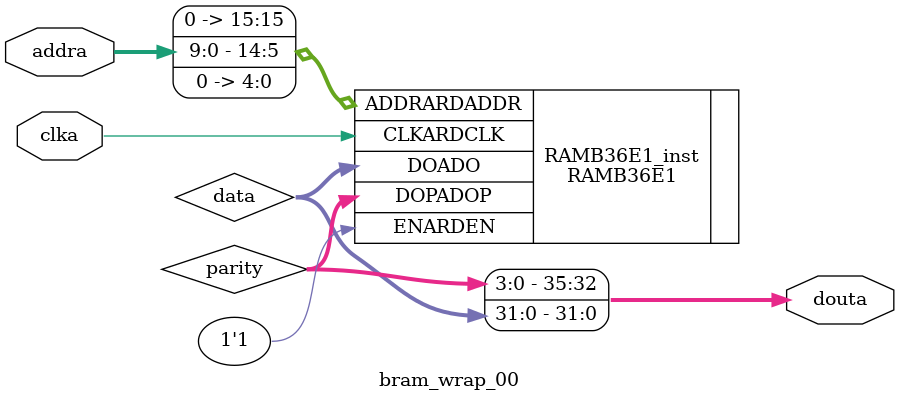
<source format=v>
`timescale 1ns / 1ps

module bram_wrap_00(
    input clka,
    input [9:0] addra,
    output [35:0] douta
    );
    
    wire [31:0] data;
    wire [3:0] parity;
    
    assign douta = {parity, data};
    
RAMB36E1 #(
   // Address Collision Mode: "PERFORMANCE" or "DELAYED_WRITE"
   .RDADDR_COLLISION_HWCONFIG("DELAYED_WRITE"),
   // Collision check: Values ("ALL", "WARNING_ONLY", "GENERATE_X_ONLY" or "NONE")
   .SIM_COLLISION_CHECK("ALL"),
   // DOA_REG, DOB_REG: Optional output register (0 or 1)
   .DOA_REG(0),
   .DOB_REG(0),
   .EN_ECC_READ("FALSE"),                                                            // Enable ECC decoder,
                                                                                     // FALSE, TRUE
   .EN_ECC_WRITE("FALSE"),                                                           // Enable ECC encoder,
                                                                                     // FALSE, TRUE
   // INITP_00 to INITP_0F: Initial contents of the parity memory array
	.INITP_00(256'h0000000000000000000000000000000000000000000000000000000000000000),
	.INITP_01(256'h0000000000000000000000000000000000000000000000000000000000000000),
	.INITP_02(256'h0000000000000000000000000000000000000000000000000000000000000000),
	.INITP_03(256'h0000000000000000000000000000000000000000000000000000000000000000),
	.INITP_04(256'h0000000000000000000000000000000000000000000000000000000000000000),
	.INITP_05(256'h0000000000000000000000000000000000000000000000000000000000000000),
	.INITP_06(256'h0000000000000000000000000000000000000000000000000000000000000000),
	.INITP_07(256'h0000000000000000000000000000000000000000000000000000000000000000),
	.INITP_08(256'h0000000000000000000000000000000000000000000000000000000000000000),
	.INITP_09(256'h0000000000000000000000000000000000000000000000000000000000000000),
	.INITP_0A(256'h0000000000000000000000000000000000000000000000000000000000000000),
	.INITP_0B(256'h0000000000000000000000000000000000000000000000000000000000000000),
	.INITP_0C(256'h0000000000000000000000000000000000000000000000000000000000000000),
	.INITP_0D(256'h0000000000000000000000000000000000000000000000000000000000000000),
	.INITP_0E(256'h0000000000000000000000000000000000000000000000000000000000000000),
	.INITP_0F(256'h0000000000000000000000000000000000000000000000000000000000000000),
   // INIT_00 to INIT_7F: Initial contents of the data memory array
	.INIT_00(256'h0000000000000000000000000000000000000000000000000000000000000000),
	.INIT_01(256'h0000000000000000000000000000000000000000000000000000000000000000),
	.INIT_02(256'h0000000000000000000000000000000000000000000000000000000000000000),
	.INIT_03(256'h0000000000000000000000000000000000000000000000000000000000000000),
	.INIT_04(256'h0000000000000000000000000000000000000000000000000000000000000000),
	.INIT_05(256'h0000000000000000000000000000000000000000000000000000000000000000),
	.INIT_06(256'h0000000000000000000000000000000000000000000000000000000000000000),
	.INIT_07(256'h0000000000000000000000000000000000000000000000000000000000000000),
	.INIT_08(256'h0000000000000000000000000000000000000000000000000000000000000000),
	.INIT_09(256'h0000000000000000000000000000000000000000000000000000000000000000),
	.INIT_0A(256'h0000000000000000000000000000000000000000000000000000000000000000),
	.INIT_0B(256'h0000000000000000000000000000000000000000000000000000000000000000),
	.INIT_0C(256'h0000000000000000000000000000000000000000000000000000000000000000),
	.INIT_0D(256'h0000000000000000000000000000000000000000000000000000000000000000),
	.INIT_0E(256'h0000000000000000000000000000000000000000000000000000000000000000),
	.INIT_0F(256'h0000000000000000000000000000000000000000000000000000000000000000),
	.INIT_10(256'h0000000000000000000000000000000000000000000000000000000000000000),
	.INIT_11(256'h0000000000000000000000000000000000000000000000000000000000000000),
	.INIT_12(256'h0000000000000000000000000000000000000000000000000000000000000000),
	.INIT_13(256'h0000000000000000000000000000000000000000000000000000000000000000),
	.INIT_14(256'h0000000000000000000000000000000000000000000000000000000000000000),
	.INIT_15(256'h0000000000000000000000000000000000000000000000000000000000000000),
	.INIT_16(256'h0000000000000000000000000000000000000000000000000000000000000000),
	.INIT_17(256'h0000000000000000000000000000000000000000000000000000000000000000),
	.INIT_18(256'h0000000000000000000000000000000000000000000000000000000000000000),
	.INIT_19(256'h0000000000000000000000000000000000000000000000000000000000000000),
	.INIT_1A(256'h0000000000000000000000000000000000000000000000000000000000000000),
	.INIT_1B(256'h0000000000000000000000000000000000000000000000000000000000000000),
	.INIT_1C(256'h0000000000000000000000000000000000000000000000000000000000000000),
	.INIT_1D(256'h0000000000000000000000000000000000000000000000000000000000000000),
	.INIT_1E(256'h0000000000000000000000000000000000000000000000000000000000000000),
	.INIT_1F(256'h0000000000000000000000000000000000000000000000000000000000000000),
	.INIT_20(256'h0000000000000000000000000000000000000000000000000000000000000000),
	.INIT_21(256'h0000000000000000000000000000000000000000000000000000000000000000),
	.INIT_22(256'h0000000000000000000000000000000000000000000000000000000000000000),
	.INIT_23(256'h0000000000000000000000000000000000000000000000000000000000000000),
	.INIT_24(256'h0000000000000000000000000000000000000000000000000000000000000000),
	.INIT_25(256'h0000000000000000000000000000000000000000000000000000000000000000),
	.INIT_26(256'h0000000000000000000000000000000000000000000000000000000000000000),
	.INIT_27(256'h0000000000000000000000000000000000000000000000000000000000000000),
	.INIT_28(256'h0000000000000000000000000000000000000000000000000000000000000000),
	.INIT_29(256'h0000000000000000000000000000000000000000000000000000000000000000),
	.INIT_2A(256'h0000000000000000000000000000000000000000000000000000000000000000),
	.INIT_2B(256'h0000000000000000000000000000000000000000000000000000000000000000),
	.INIT_2C(256'h0000000000000000000000000000000000000000000000000000000000000000),
	.INIT_2D(256'h0000000000000000000000000000000000000000000000000000000000000000),
	.INIT_2E(256'h0000000000000000000000000000000000000000000000000000000000000000),
	.INIT_2F(256'h0000000000000000000000000000000000000000000000000000000000000000),
	.INIT_30(256'h0000000000000000000000000000000000000000000000000000000000000000),
	.INIT_31(256'h0000000000000000000000000000000000000000000000000000000000000000),
	.INIT_32(256'h0000000000000000000000000000000000000000000000000000000000000000),
	.INIT_33(256'h0000000000000000000000000000000000000000000000000000000000000000),
	.INIT_34(256'h0000000000000000000000000000000000000000000000000000000000000000),
	.INIT_35(256'h0000000000000000000000000000000000000000000000000000000000000000),
	.INIT_36(256'h0000000000000000000000000000000000000000000000000000000000000000),
	.INIT_37(256'h0000000000000000000000000000000000000000000000000000000000000000),
	.INIT_38(256'h0000000000000000000000000000000000000000000000000000000000000000),
	.INIT_39(256'h0000000000000000000000000000000000000000000000000000000000000000),
	.INIT_3A(256'h0000000000000000000000000000000000000000000000000000000000000000),
	.INIT_3B(256'h0000000000000000000000000000000000000000000000000000000000000000),
	.INIT_3C(256'h0000000000000000000000000000000000000000000000000000000000000000),
	.INIT_3D(256'h0000000000000000000000000000000000000000000000000000000000000000),
	.INIT_3E(256'h0000000000000000000000000000000000000000000000000000000000000000),
	.INIT_3F(256'h0000000000000000000000000000000000000000000000000000000000000000),
	.INIT_40(256'h0000000000000000000000000000000000000000000000000000000000000000),
	.INIT_41(256'h0000000000000000000000000000000000000000000000000000000000000000),
	.INIT_42(256'h0000000000000000000000000000000000000000000000000000000000000000),
	.INIT_43(256'h0000000000000000000000000000000000000000000000000000000000000000),
	.INIT_44(256'h0000000000000000000000000000000000000000000000000000000000000000),
	.INIT_45(256'h0000000000000000000000000000000000000000000000000000000000000000),
	.INIT_46(256'h0000000000000000000000000000000000000000000000000000000000000000),
	.INIT_47(256'h0000000000000000000000000000000000000000000000000000000000000000),
	.INIT_48(256'h0000000000000000000000000000000000000000000000000000000000000000),
	.INIT_49(256'h0000000000000000000000000000000000000000000000000000000000000000),
	.INIT_4A(256'h0000000000000000000000000000000000000000000000000000000000000000),
	.INIT_4B(256'h0000000000000000000000000000000000000000000000000000000000000000),
	.INIT_4C(256'h0000000000000000000000000000000000000000000000000000000000000000),
	.INIT_4D(256'h0000000000000000000000000000000000000000000000000000000000000000),
	.INIT_4E(256'h0000000000000000000000000000000000000000000000000000000000000000),
	.INIT_4F(256'h0000000000000000000000000000000000000000000000000000000000000000),
	.INIT_50(256'h0000000000000000000000000000000000000000000000000000000000000000),
	.INIT_51(256'h0000000000000000000000000000000000000000000000000000000000000000),
	.INIT_52(256'h0000000000000000000000000000000000000000000000000000000000000000),
	.INIT_53(256'h0000000000000000000000000000000000000000000000000000000000000000),
	.INIT_54(256'h0000000000000000000000000000000000000000000000000000000000000000),
	.INIT_55(256'h0000000000000000000000000000000000000000000000000000000000000000),
	.INIT_56(256'h0000000000000000000000000000000000000000000000000000000000000000),
	.INIT_57(256'h0000000000000000000000000000000000000000000000000000000000000000),
	.INIT_58(256'h0000000000000000000000000000000000000000000000000000000000000000),
	.INIT_59(256'h0000000000000000000000000000000000000000000000000000000000000000),
	.INIT_5A(256'h0000000000000000000000000000000000000000000000000000000000000000),
	.INIT_5B(256'h0000000000000000000000000000000000000000000000000000000000000000),
	.INIT_5C(256'h0000000000000000000000000000000000000000000000000000000000000000),
	.INIT_5D(256'h0000000000000000000000000000000000000000000000000000000000000000),
	.INIT_5E(256'h0000000000000000000000000000000000000000000000000000000000000000),
	.INIT_5F(256'h0000000000000000000000000000000000000000000000000000000000000000),
	.INIT_60(256'h0000000000000000000000000000000000000000000000000000000000000000),
	.INIT_61(256'h0000000000000000000000000000000000000000000000000000000000000000),
	.INIT_62(256'h0000000000000000000000000000000000000000000000000000000000000000),
	.INIT_63(256'h0000000000000000000000000000000000000000000000000000000000000000),
	.INIT_64(256'h0000000000000000000000000000000000000000000000000000000000000000),
	.INIT_65(256'h0000000000000000000000000000000000000000000000000000000000000000),
	.INIT_66(256'h0000000000000000000000000000000000000000000000000000000000000000),
	.INIT_67(256'h0000000000000000000000000000000000000000000000000000000000000000),
	.INIT_68(256'h0000000000000000000000000000000000000000000000000000000000000000),
	.INIT_69(256'h0000000000000000000000000000000000000000000000000000000000000000),
	.INIT_6A(256'h0000000000000000000000000000000000000000000000000000000000000000),
	.INIT_6B(256'h0000000000000000000000000000000000000000000000000000000000000000),
	.INIT_6C(256'h0000000000000000000000000000000000000000000000000000000000000000),
	.INIT_6D(256'h0000000000000000000000000000000000000000000000000000000000000000),
	.INIT_6E(256'h0000000000000000000000000000000000000000000000000000000000000000),
	.INIT_6F(256'h0000000000000000000000000000000000000000000000000000000000000000),
	.INIT_70(256'h0000000000000000000000000000000000000000000000000000000000000000),
	.INIT_71(256'h0000000000000000000000000000000000000000000000000000000000000000),
	.INIT_72(256'h0000000000000000000000000000000000000000000000000000000000000000),
	.INIT_73(256'h0000000000000000000000000000000000000000000000000000000000000000),
	.INIT_74(256'h0000000000000000000000000000000000000000000000000000000000000000),
	.INIT_75(256'h0000000000000000000000000000000000000000000000000000000000000000),
	.INIT_76(256'h0000000000000000000000000000000000000000000000000000000000000000),
	.INIT_77(256'h0000000000000000000000000000000000000000000000000000000000000000),
	.INIT_78(256'h0000000000000000000000000000000000000000000000000000000000000000),
	.INIT_79(256'h0000000000000000000000000000000000000000000000000000000000000000),
	.INIT_7A(256'h0000000000000000000000000000000000000000000000000000000000000000),
	.INIT_7B(256'h0000000000000000000000000000000000000000000000000000000000000000),
	.INIT_7C(256'h0000000000000000000000000000000000000000000000000000000000000000),
	.INIT_7D(256'h0000000000000000000000000000000000000000000000000000000000000000),
	.INIT_7E(256'h0000000000000000000000000000000000000000000000000000000000000000),
	.INIT_7F(256'h0000000000000000000000000000000000000000000000000000000000000000),
   // INIT_A, INIT_B: Initial values on output ports
   .INIT_A(36'h000000000),
   .INIT_B(36'h000000000),
   // Initialization File: RAM initialization file
   .INIT_FILE("NONE"),
   // RAM Mode: "SDP" or "TDP"
   .RAM_MODE("TDP"),
   // RAM_EXTENSION_A, RAM_EXTENSION_B: Selects cascade mode ("UPPER", "LOWER", or "NONE")
   .RAM_EXTENSION_A("NONE"),
   .RAM_EXTENSION_B("NONE"),
   // READ_WIDTH_A/B, WRITE_WIDTH_A/B: Read/write width per port
   .READ_WIDTH_A(36),                                                                 // 0-72
   .READ_WIDTH_B(0),                                                                 // 0-36
   .WRITE_WIDTH_A(0),                                                                // 0-36
   .WRITE_WIDTH_B(0),                                                                // 0-72
   // RSTREG_PRIORITY_A, RSTREG_PRIORITY_B: Reset or enable priority ("RSTREG" or "REGCE")
   .RSTREG_PRIORITY_A("RSTREG"),
   .RSTREG_PRIORITY_B("RSTREG"),
   // SRVAL_A, SRVAL_B: Set/reset value for output
   .SRVAL_A(36'h000000000),
   .SRVAL_B(36'h000000000),
   // Simulation Device: Must be set to "7SERIES" for simulation behavior
   .SIM_DEVICE("7SERIES"),
   // WriteMode: Value on output upon a write ("WRITE_FIRST", "READ_FIRST", or "NO_CHANGE")
   .WRITE_MODE_A("NO_CHANGE"),
   .WRITE_MODE_B("NO_CHANGE")
)
RAMB36E1_inst (
   // Cascade Signals: 1-bit (each) output: BRAM cascade ports (to create 64kx1)
   //.CASCADEOUTA(CASCADEOUTA),     // 1-bit output: A port cascade
   //.CASCADEOUTB(CASCADEOUTB),     // 1-bit output: B port cascade
   // ECC Signals: 1-bit (each) output: Error Correction Circuitry ports
   //.DBITERR(DBITERR),             // 1-bit output: Double bit error status
   //.ECCPARITY(ECCPARITY),         // 8-bit output: Generated error correction parity
   //.RDADDRECC(RDADDRECC),         // 9-bit output: ECC read address
   //.SBITERR(SBITERR),             // 1-bit output: Single bit error status
   // Port A Data: 32-bit (each) output: Port A data
   .DOADO(data),                 // 32-bit output: A port data/LSB data
   .DOPADOP(parity),             // 4-bit output: A port parity/LSB parity
   // Port B Data: 32-bit (each) output: Port B data
   //.DOBDO(DOBDO),                 // 32-bit output: B port data/MSB data
   //.DOPBDOP(DOPBDOP),             // 4-bit output: B port parity/MSB parity
   // Cascade Signals: 1-bit (each) input: BRAM cascade ports (to create 64kx1)
   //.CASCADEINA(CASCADEINA),       // 1-bit input: A port cascade
   //.CASCADEINB(CASCADEINB),       // 1-bit input: B port cascade
   // ECC Signals: 1-bit (each) input: Error Correction Circuitry ports
   //.INJECTDBITERR(INJECTDBITERR), // 1-bit input: Inject a double bit error
   //.INJECTSBITERR(INJECTSBITERR), // 1-bit input: Inject a single bit error
   // Port A Address/Control Signals: 16-bit (each) input: Port A address and control signals (read port
   // when RAM_MODE="SDP")
   .ADDRARDADDR({1'b0, addra[9:0], 5'b0}),     // 16-bit input: A port address/Read address
   .CLKARDCLK(clka),         // 1-bit input: A port clock/Read clock
   .ENARDEN(1'b1)             // 1-bit input: A port enable/Read enable
   //.REGCEAREGCE(REGCEAREGCE),     // 1-bit input: A port register enable/Register enable
   //.RSTRAMARSTRAM(RSTRAMARSTRAM), // 1-bit input: A port set/reset
   //.RSTREGARSTREG(RSTREGARSTREG), // 1-bit input: A port register set/reset
   //.WEA(WEA),                     // 4-bit input: A port write enable
   // Port A Data: 32-bit (each) input: Port A data
   //.DIADI(DIADI),                 // 32-bit input: A port data/LSB data
   //.DIPADIP(DIPADIP)             // 4-bit input: A port parity/LSB parity
   // Port B Address/Control Signals: 16-bit (each) input: Port B address and control signals (write port
   // when RAM_MODE="SDP")
   //.ADDRBWRADDR(ADDRBWRADDR),     // 16-bit input: B port address/Write address
   //.CLKBWRCLK(CLKBWRCLK),         // 1-bit input: B port clock/Write clock
   //.ENBWREN(ENBWREN),             // 1-bit input: B port enable/Write enable
   //.REGCEB(REGCEB),               // 1-bit input: B port register enable
   //.RSTRAMB(RSTRAMB),             // 1-bit input: B port set/reset
   //.RSTREGB(RSTREGB),             // 1-bit input: B port register set/reset
   //.WEBWE(WEBWE),                 // 8-bit input: B port write enable/Write enable
   // Port B Data: 32-bit (each) input: Port B data
   //.DIBDI(DIBDI),                 // 32-bit input: B port data/MSB data
   //.DIPBDIP(DIPBDIP)              // 4-bit input: B port parity/MSB parity
);

// End of RAMB36E1_inst instantiation
    
endmodule

</source>
